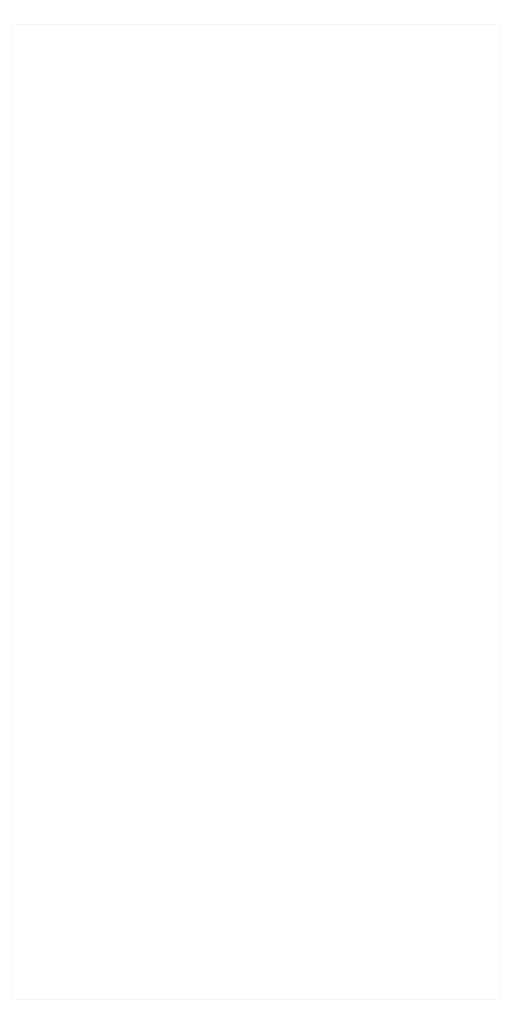
<source format=gbr>
%TF.GenerationSoftware,KiCad,Pcbnew,7.0.1-3b83917a11~172~ubuntu22.04.1*%
%TF.CreationDate,2023-12-10T13:38:52-05:00*%
%TF.ProjectId,coil_template_second,636f696c-5f74-4656-9d70-6c6174655f73,rev?*%
%TF.SameCoordinates,Original*%
%TF.FileFunction,Profile,NP*%
%FSLAX46Y46*%
G04 Gerber Fmt 4.6, Leading zero omitted, Abs format (unit mm)*
G04 Created by KiCad (PCBNEW 7.0.1-3b83917a11~172~ubuntu22.04.1) date 2023-12-10 13:38:52*
%MOMM*%
%LPD*%
G01*
G04 APERTURE LIST*
%TA.AperFunction,Profile*%
%ADD10C,0.100000*%
%TD*%
G04 APERTURE END LIST*
D10*
X0Y0D02*
X750000000Y0D01*
X750000000Y-1500000000D01*
X0Y-1500000000D01*
X0Y0D01*
M02*

</source>
